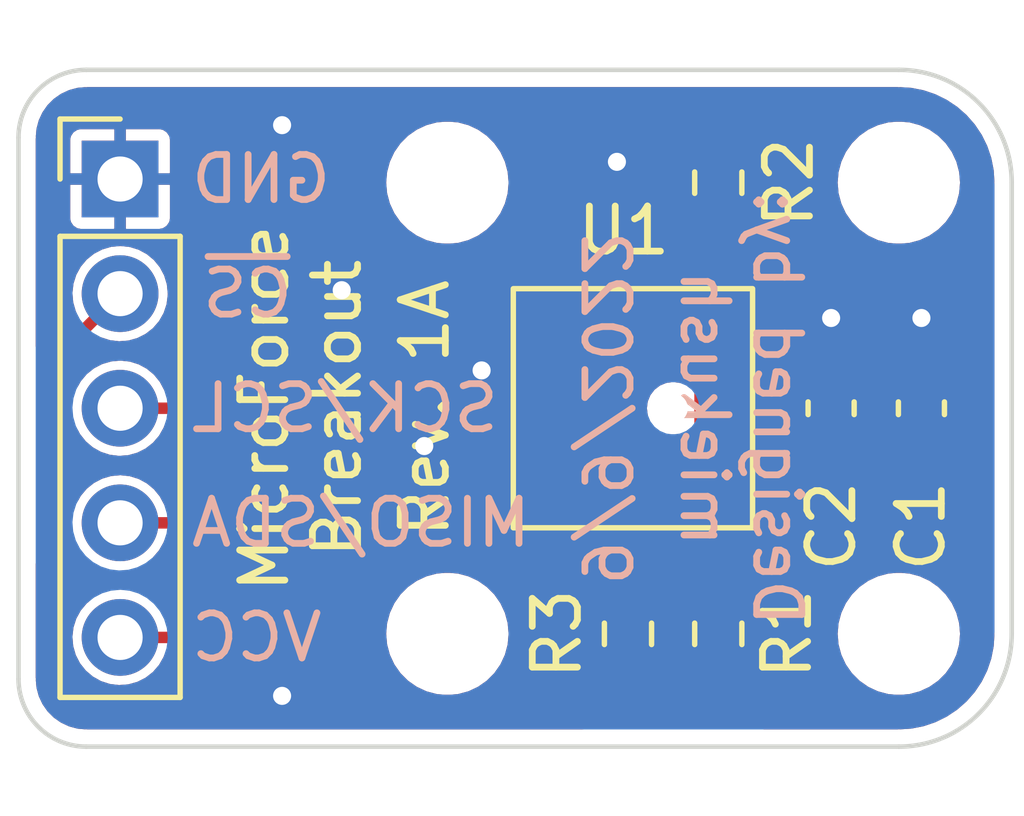
<source format=kicad_pcb>
(kicad_pcb (version 20211014) (generator pcbnew)
  (layers (0 "F.Cu" signal) (31 "B.Cu" signal) (34 "B.Paste" user) (35 "F.Paste" user) (36 "B.SilkS" user "B.Silkscreen") (37 "F.SilkS" user "F.Silkscreen") (38 "B.Mask" user) (39 "F.Mask" user) (44 "Edge.Cuts" user))
  (net 0 "")
  (net 1 "VCC")
  (net 2 "GND")
  (net 3 "~{CS}")
  (net 4 "SCK_SCL")
  (net 6 "MISO_SDA")
  (footprint "Capacitor_SMD:C_0603_1608Metric" (layer "F.Cu") (at 105.5 100 90)
    (fp_text reference "C1" (at -2.612 -0.0138 90) (layer "F.SilkS"))
    (fp_text value "1uF")
    (fp_line (start -0.14058 0.51) (end 0.14058 0.51) (layer "F.SilkS") (width 0.12))
    (fp_line (start -0.14058 -0.51) (end 0.14058 -0.51) (layer "F.SilkS") (width 0.12))
    (pad "1" smd roundrect (at -0.775 0 90) (size 0.9 0.95) (layers "F.Cu" "F.Paste" "F.Mask") (net 1 "VCC"))
    (pad "2" smd roundrect (at 0.775 0 90) (size 0.9 0.95) (layers "F.Cu" "F.Paste" "F.Mask") (net 2 "GND"))
  )
  (footprint "MountingHole:MountingHole_2.2mm_M2" (layer "F.Cu") (at 105 105)
    (fp_text reference "H2")
    (fp_text value "MH")
    (pad "" np_thru_hole circle (at 0 0) (size 2.2 2.2) (drill 2.2) (layers *.Cu *.Mask))
  )
  (footprint "MountingHole:MountingHole_2.2mm_M2" (layer "F.Cu") (at 95 105)
    (fp_text reference "H3")
    (fp_text value "MH")
    (pad "" np_thru_hole circle (at 0 0) (size 2.2 2.2) (drill 2.2) (layers *.Cu *.Mask))
  )
  (footprint "Connector_PinHeader_2.54mm:PinHeader_1x05_P2.54mm_Vertical" (layer "F.Cu") (at 87.75 94.92)
    (fp_text reference "J1")
    (fp_text value "INPUT")
    (fp_line (start -1.33 11.49) (end 1.33 11.49) (layer "F.SilkS") (width 0.12))
    (fp_line (start -1.33 1.27) (end -1.33 11.49) (layer "F.SilkS") (width 0.12))
    (fp_line (start -1.33 0) (end -1.33 -1.33) (layer "F.SilkS") (width 0.12))
    (fp_line (start -1.33 -1.33) (end 0 -1.33) (layer "F.SilkS") (width 0.12))
    (fp_line (start 1.33 1.27) (end 1.33 11.49) (layer "F.SilkS") (width 0.12))
    (fp_line (start -1.33 1.27) (end 1.33 1.27) (layer "F.SilkS") (width 0.12))
    (pad "1" thru_hole rect (at 0 0) (size 1.7 1.7) (drill 1) (layers *.Cu *.Mask) (net 2 "GND"))
    (pad "2" thru_hole oval (at 0 2.54) (size 1.7 1.7) (drill 1) (layers *.Cu *.Mask) (net 3 "~{CS}"))
    (pad "3" thru_hole oval (at 0 5.08) (size 1.7 1.7) (drill 1) (layers *.Cu *.Mask) (net 4 "SCK_SCL"))
    (pad "4" thru_hole oval (at 0 7.62) (size 1.7 1.7) (drill 1) (layers *.Cu *.Mask) (net 6 "MISO_SDA"))
    (pad "5" thru_hole oval (at 0 10.16) (size 1.7 1.7) (drill 1) (layers *.Cu *.Mask) (net 1 "VCC"))
  )
  (footprint "Resistor_SMD:R_0603_1608Metric" (layer "F.Cu") (at 99 105 90)
    (fp_text reference "R3" (at 0 -1.5748 90) (layer "F.SilkS"))
    (fp_text value "10k")
    (fp_line (start -0.237258 -0.5225) (end 0.237258 -0.5225) (layer "F.SilkS") (width 0.12))
    (fp_line (start -0.237258 0.5225) (end 0.237258 0.5225) (layer "F.SilkS") (width 0.12))
    (pad "1" smd roundrect (at -0.825 0 90) (size 0.8 0.95) (layers "F.Cu" "F.Paste" "F.Mask") (net 1 "VCC"))
    (pad "2" smd roundrect (at 0.825 0 90) (size 0.8 0.95) (layers "F.Cu" "F.Paste" "F.Mask") (net 3 "~{CS}"))
  )
  (footprint "Resistor_SMD:R_0603_1608Metric" (layer "F.Cu") (at 101 95 -90)
    (fp_text reference "R2" (at 0 -1.5652 90) (layer "F.SilkS"))
    (fp_text value "10k")
    (fp_line (start -0.237258 0.5225) (end 0.237258 0.5225) (layer "F.SilkS") (width 0.12))
    (fp_line (start -0.237258 -0.5225) (end 0.237258 -0.5225) (layer "F.SilkS") (width 0.12))
    (pad "1" smd roundrect (at -0.825 0 270) (size 0.8 0.95) (layers "F.Cu" "F.Paste" "F.Mask") (net 1 "VCC"))
    (pad "2" smd roundrect (at 0.825 0 270) (size 0.8 0.95) (layers "F.Cu" "F.Paste" "F.Mask") (net 4 "SCK_SCL"))
  )
  (footprint "Resistor_SMD:R_0603_1608Metric" (layer "F.Cu") (at 101 105 90)
    (fp_text reference "R1" (at 0 1.524 90) (layer "F.SilkS"))
    (fp_text value "10k")
    (fp_line (start -0.237258 -0.5225) (end 0.237258 -0.5225) (layer "F.SilkS") (width 0.12))
    (fp_line (start -0.237258 0.5225) (end 0.237258 0.5225) (layer "F.SilkS") (width 0.12))
    (pad "1" smd roundrect (at -0.825 0 90) (size 0.8 0.95) (layers "F.Cu" "F.Paste" "F.Mask") (net 1 "VCC"))
    (pad "2" smd roundrect (at 0.825 0 90) (size 0.8 0.95) (layers "F.Cu" "F.Paste" "F.Mask") (net 6 "MISO_SDA"))
  )
  (footprint "MountingHole:MountingHole_2.2mm_M2" (layer "F.Cu") (at 105 95)
    (fp_text reference "H1")
    (fp_text value "MH")
    (pad "" np_thru_hole circle (at 0 0) (size 2.2 2.2) (drill 2.2) (layers *.Cu *.Mask))
  )
  (footprint "Capacitor_SMD:C_0603_1608Metric" (layer "F.Cu") (at 103.5 100 90)
    (fp_text reference "C2" (at -2.612 0.005 90) (layer "F.SilkS"))
    (fp_text value "100nF")
    (fp_line (start -0.14058 -0.51) (end 0.14058 -0.51) (layer "F.SilkS") (width 0.12))
    (fp_line (start -0.14058 0.51) (end 0.14058 0.51) (layer "F.SilkS") (width 0.12))
    (pad "1" smd roundrect (at -0.775 0 90) (size 0.9 0.95) (layers "F.Cu" "F.Paste" "F.Mask") (net 1 "VCC"))
    (pad "2" smd roundrect (at 0.775 0 90) (size 0.9 0.95) (layers "F.Cu" "F.Paste" "F.Mask") (net 2 "GND"))
  )
  (footprint "MountingHole:MountingHole_2.2mm_M2" (layer "F.Cu") (at 95 95)
    (fp_text reference "H4")
    (fp_text value "MH")
    (pad "" np_thru_hole circle (at 0 0) (size 2.2 2.2) (drill 2.2) (layers *.Cu *.Mask))
  )
  (footprint "honeywell_fma_sensor_breakout:FMAMSxXXxxxWCxxx" (layer "F.Cu") (at 100 100 180)
    (fp_text reference "U1" (at 1.0924 3.9372 unlocked) (layer "F.SilkS"))
    (fp_text value "FMAMSxXXxxxWCxxx")
    (fp_rect (start -1.76 -2.65) (end 3.54 2.65) (layer "F.SilkS") (width 0.12) (fill none))
    (pad "" np_thru_hole circle (at 0 0 180) (size 0.65 0.65) (drill 0.65) (layers F&B.Cu *.Mask))
    (pad "1" smd rect (at -0.38 -1.7 180) (size 1.5 1.2) (layers "F.Cu" "F.Paste" "F.Mask") (net 1 "VCC"))
    (pad "2" smd rect (at 2.16 -1.7 180) (size 1.5 1.2) (layers "F.Cu" "F.Paste" "F.Mask") (net 3 "~{CS}"))
    (pad "3" smd rect (at 2.16 1.7 180) (size 1.5 1.2) (layers "F.Cu" "F.Paste" "F.Mask") (net 2 "GND"))
    (pad "4" smd rect (at -0.38 1.7 180) (size 1.5 1.2) (layers "F.Cu" "F.Paste" "F.Mask") (net 4 "SCK_SCL"))
    (pad "5" smd rect (at 2.59 0 180) (size 1.2 1.5) (layers "F.Cu" "F.Paste" "F.Mask") (net 6 "MISO_SDA"))
    (pad "6" smd rect (at -0.97 0 180) (size 1 1.73) (layers "F.Cu" "F.Paste" "F.Mask"))
  )
  (gr_line (start 107.5 95) (end 107.5 105) (layer "Edge.Cuts") (width 0.1))
  (gr_line (start 85.5 106) (end 85.5 94) (layer "Edge.Cuts") (width 0.1))
  (gr_arc (start 105 92.5) (mid 106.769045 93.230955) (end 107.5 95) (layer "Edge.Cuts") (width 0.1))
  (gr_arc (start 107.5 105) (mid 106.769045 106.769045) (end 105 107.5) (layer "Edge.Cuts") (width 0.1))
  (gr_arc (start 87 107.5) (mid 85.93934 107.06066) (end 85.5 106) (layer "Edge.Cuts") (width 0.1))
  (gr_line (start 87 92.5) (end 105 92.5) (layer "Edge.Cuts") (width 0.1))
  (gr_line (start 87 107.5) (end 105 107.5) (layer "Edge.Cuts") (width 0.1))
  (gr_arc (start 85.5 94) (mid 85.93934 92.93934) (end 87 92.5) (layer "Edge.Cuts") (width 0.1))
  (gr_text "VCC" (at 89.25 105.08) (layer "B.SilkS") (effects (font (size 1 1)) (justify right mirror)))
  (gr_text "GND" (at 89.25 94.92) (layer "B.SilkS") (effects (font (size 1 1)) (justify right mirror)))
  (gr_text "9/9/2022" (at 98.5 100 270) (layer "B.SilkS") (effects (font (size 1 1)) (justify mirror)))
  (gr_text "~{CS}" (at 89.5 97.46) (layer "B.SilkS") (effects (font (size 1 1)) (justify right mirror)))
  (gr_text "Designed by:\nmiekush" (at 101.5 100 270) (layer "B.SilkS") (effects (font (size 1 1)) (justify mirror)))
  (gr_text "MISO/SDA" (at 89.25 102.54) (layer "B.SilkS") (effects (font (size 1 1)) (justify right mirror)))
  (gr_text "SCK/SCL" (at 89.25 100) (layer "B.SilkS") (effects (font (size 1 1)) (justify right mirror)))
  (gr_text "Rev. 1A" (at 94.5 100 90) (layer "F.SilkS") (effects (font (size 1 1))))
  (gr_text "MicroForce\nBreakout" (at 91.75 100 90) (layer "F.SilkS") (effects (font (size 1 1))))
  (segment (start 102.1588 106.2736) (end 102.1588 101.6508) (width 0.254) (layer "F.Cu") (net 1))
  (segment (start 101.7016 106.7308) (end 102.1588 106.2736) (width 0.254) (layer "F.Cu") (net 1))
  (segment (start 100.9904 106.7308) (end 101.7016 106.7308) (width 0.254) (layer "F.Cu") (net 1))
  (segment (start 102.1588 101.6508) (end 102.1588 100.7364) (width 0.254) (layer "F.Cu") (net 1))
  (segment (start 99.0092 106.7308) (end 100.9904 106.7308) (width 0.254) (layer "F.Cu") (net 1))
  (segment (start 102.1588 100.7364) (end 102.1588 94.5896) (width 0.254) (layer "F.Cu") (net 1))
  (segment (start 101.7442 94.175) (end 101 94.175) (width 0.254) (layer "F.Cu") (net 1))
  (segment (start 97.8408 104.0384) (end 97.8408 106.2736) (width 0.254) (layer "F.Cu") (net 1))
  (segment (start 96.1644 102.362) (end 97.8408 104.0384) (width 0.254) (layer "F.Cu") (net 1))
  (segment (start 102.1974 100.775) (end 102.1588 100.7364) (width 0.254) (layer "F.Cu") (net 1))
  (segment (start 100.38 101.7) (end 102.1096 101.7) (width 0.254) (layer "F.Cu") (net 1))
  (segment (start 98.298 106.7308) (end 99.0092 106.7308) (width 0.254) (layer "F.Cu") (net 1))
  (segment (start 102.1096 101.7) (end 102.1588 101.6508) (width 0.254) (layer "F.Cu") (net 1))
  (segment (start 101 106.7212) (end 100.9904 106.7308) (width 0.254) (layer "F.Cu") (net 1))
  (segment (start 93.8784 102.362) (end 96.1644 102.362) (width 0.254) (layer "F.Cu") (net 1))
  (segment (start 101 105.825) (end 101 106.7212) (width 0.254) (layer "F.Cu") (net 1))
  (segment (start 99 105.825) (end 99 106.7216) (width 0.254) (layer "F.Cu") (net 1))
  (segment (start 103.5 100.775) (end 102.1974 100.775) (width 0.254) (layer "F.Cu") (net 1))
  (segment (start 87.75 105.08) (end 91.1604 105.08) (width 0.254) (layer "F.Cu") (net 1))
  (segment (start 102.1588 94.5896) (end 101.7442 94.175) (width 0.254) (layer "F.Cu") (net 1))
  (segment (start 99 106.7216) (end 99.0092 106.7308) (width 0.254) (layer "F.Cu") (net 1))
  (segment (start 97.8408 106.2736) (end 98.298 106.7308) (width 0.254) (layer "F.Cu") (net 1))
  (segment (start 91.1604 105.08) (end 93.8784 102.362) (width 0.254) (layer "F.Cu") (net 1))
  (segment (start 105.5 100.775) (end 103.5 100.775) (width 0.25) (layer "F.Cu") (net 1))
  (via (at 103.5 98) (size 0.8) (drill 0.4) (layers "F.Cu" "B.Cu") (net 2))
  (via (at 92.6592 97.3836) (size 0.8) (drill 0.4) (layers "F.Cu" "B.Cu") (net 2))
  (via (at 95.758 99.1616) (size 0.8) (drill 0.4) (layers "F.Cu" "B.Cu") (net 2))
  (via (at 94.488 100.838) (size 0.8) (drill 0.4) (layers "F.Cu" "B.Cu") (net 2))
  (via (at 98.7552 94.5388) (size 0.8) (drill 0.4) (layers "F.Cu" "B.Cu") (net 2))
  (via (at 91.3384 106.3752) (size 0.8) (drill 0.4) (layers "F.Cu" "B.Cu") (net 2))
  (via (at 105.5 98) (size 0.8) (drill 0.4) (layers "F.Cu" "B.Cu") (net 2))
  (via (at 91.3384 93.726) (size 0.8) (drill 0.4) (layers "F.Cu" "B.Cu") (net 2))
  (segment (start 86.9188 103.7844) (end 91.5416 103.7844) (width 0.254) (layer "F.Cu") (net 3))
  (segment (start 93.626 101.7) (end 97.84 101.7) (width 0.254) (layer "F.Cu") (net 3))
  (segment (start 97.84 102.4628) (end 99 103.6228) (width 0.254) (layer "F.Cu") (net 3))
  (segment (start 86.3092 98.9008) (end 86.3092 103.1748) (width 0.254) (layer "F.Cu") (net 3))
  (segment (start 87.75 97.46) (end 86.3092 98.9008) (width 0.254) (layer "F.Cu") (net 3))
  (segment (start 91.5416 103.7844) (end 93.626 101.7) (width 0.254) (layer "F.Cu") (net 3))
  (segment (start 99 103.6228) (end 99 104.175) (width 0.254) (layer "F.Cu") (net 3))
  (segment (start 97.84 101.7) (end 97.84 102.4628) (width 0.254) (layer "F.Cu") (net 3))
  (segment (start 86.3092 103.1748) (end 86.9188 103.7844) (width 0.254) (layer "F.Cu") (net 3))
  (segment (start 100.38 98.3) (end 100.38 97.1812) (width 0.254) (layer "F.Cu") (net 4))
  (segment (start 87.75 100) (end 90.1444 100) (width 0.254) (layer "F.Cu") (net 4))
  (segment (start 91.694 98.4504) (end 95.441757 98.4504) (width 0.254) (layer "F.Cu") (net 4))
  (segment (start 100.38 97.1812) (end 101 96.5612) (width 0.254) (layer "F.Cu") (net 4))
  (segment (start 101 96.5612) (end 101 95.825) (width 0.254) (layer "F.Cu") (net 4))
  (segment (start 95.441757 98.4504) (end 96.710957 97.1812) (width 0.254) (layer "F.Cu") (net 4))
  (segment (start 96.710957 97.1812) (end 100.38 97.1812) (width 0.254) (layer "F.Cu") (net 4))
  (segment (start 90.1444 100) (end 91.694 98.4504) (width 0.254) (layer "F.Cu") (net 4))
  (segment (start 99.5172 103.0224) (end 100.6602 103.0224) (width 0.254) (layer "F.Cu") (net 6))
  (segment (start 92.3796 100) (end 97.41 100) (width 0.254) (layer "F.Cu") (net 6))
  (segment (start 87.75 102.54) (end 89.8396 102.54) (width 0.254) (layer "F.Cu") (net 6))
  (segment (start 97.41 100) (end 98.5776 100) (width 0.254) (layer "F.Cu") (net 6))
  (segment (start 101 103.3622) (end 101 104.175) (width 0.254) (layer "F.Cu") (net 6))
  (segment (start 99.1108 102.616) (end 99.5172 103.0224) (width 0.254) (layer "F.Cu") (net 6))
  (segment (start 98.5776 100) (end 99.1108 100.5332) (width 0.254) (layer "F.Cu") (net 6))
  (segment (start 99.1108 100.5332) (end 99.1108 102.616) (width 0.254) (layer "F.Cu") (net 6))
  (segment (start 89.8396 102.54) (end 92.3796 100) (width 0.254) (layer "F.Cu") (net 6))
  (segment (start 100.6602 103.0224) (end 101 103.3622) (width 0.254) (layer "F.Cu") (net 6))
  (zone (net 2) (net_name "GND") (layers F&B.Cu) (connect_pads (clearance 0.2)) (min_thickness 0.2) (fill yes (thermal_gap 0.254) (thermal_bridge_width 0.254))
    (polygon (pts (xy 107.696 107.696) (xy 85.09 107.696) (xy 85.09 92.202) (xy 107.696 92.202)))
  )
)
</source>
